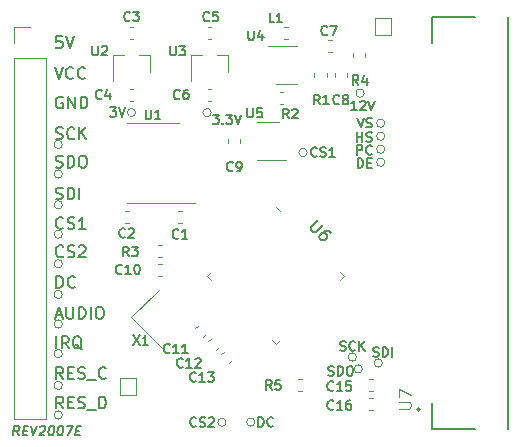
<source format=gbr>
%TF.GenerationSoftware,KiCad,Pcbnew,(5.1.6-0-10_14)*%
%TF.CreationDate,2020-07-19T12:14:56+02:00*%
%TF.ProjectId,driver-board,64726976-6572-42d6-926f-6172642e6b69,rev?*%
%TF.SameCoordinates,Original*%
%TF.FileFunction,Legend,Top*%
%TF.FilePolarity,Positive*%
%FSLAX46Y46*%
G04 Gerber Fmt 4.6, Leading zero omitted, Abs format (unit mm)*
G04 Created by KiCad (PCBNEW (5.1.6-0-10_14)) date 2020-07-19 12:14:56*
%MOMM*%
%LPD*%
G01*
G04 APERTURE LIST*
%ADD10C,0.150000*%
%ADD11C,0.120000*%
%ADD12C,0.200000*%
%ADD13C,0.127000*%
%ADD14C,0.015000*%
G04 APERTURE END LIST*
D10*
X111249880Y-84336904D02*
X111030833Y-83955952D01*
X110792738Y-84336904D02*
X110892738Y-83536904D01*
X111197500Y-83536904D01*
X111268928Y-83575000D01*
X111302261Y-83613095D01*
X111330833Y-83689285D01*
X111316547Y-83803571D01*
X111268928Y-83879761D01*
X111226071Y-83917857D01*
X111145119Y-83955952D01*
X110840357Y-83955952D01*
X111645119Y-83917857D02*
X111911785Y-83917857D01*
X111973690Y-84336904D02*
X111592738Y-84336904D01*
X111692738Y-83536904D01*
X112073690Y-83536904D01*
X112302261Y-83536904D02*
X112468928Y-84336904D01*
X112835595Y-83536904D01*
X113054642Y-83613095D02*
X113097500Y-83575000D01*
X113178452Y-83536904D01*
X113368928Y-83536904D01*
X113440357Y-83575000D01*
X113473690Y-83613095D01*
X113502261Y-83689285D01*
X113492738Y-83765476D01*
X113440357Y-83879761D01*
X112926071Y-84336904D01*
X113421309Y-84336904D01*
X114016547Y-83536904D02*
X114092738Y-83536904D01*
X114164166Y-83575000D01*
X114197500Y-83613095D01*
X114226071Y-83689285D01*
X114245119Y-83841666D01*
X114221309Y-84032142D01*
X114164166Y-84184523D01*
X114116547Y-84260714D01*
X114073690Y-84298809D01*
X113992738Y-84336904D01*
X113916547Y-84336904D01*
X113845119Y-84298809D01*
X113811785Y-84260714D01*
X113783214Y-84184523D01*
X113764166Y-84032142D01*
X113787976Y-83841666D01*
X113845119Y-83689285D01*
X113892738Y-83613095D01*
X113935595Y-83575000D01*
X114016547Y-83536904D01*
X114778452Y-83536904D02*
X114854642Y-83536904D01*
X114926071Y-83575000D01*
X114959404Y-83613095D01*
X114987976Y-83689285D01*
X115007023Y-83841666D01*
X114983214Y-84032142D01*
X114926071Y-84184523D01*
X114878452Y-84260714D01*
X114835595Y-84298809D01*
X114754642Y-84336904D01*
X114678452Y-84336904D01*
X114607023Y-84298809D01*
X114573690Y-84260714D01*
X114545119Y-84184523D01*
X114526071Y-84032142D01*
X114549880Y-83841666D01*
X114607023Y-83689285D01*
X114654642Y-83613095D01*
X114697500Y-83575000D01*
X114778452Y-83536904D01*
X115311785Y-83536904D02*
X115845119Y-83536904D01*
X115402261Y-84336904D01*
X116102261Y-83917857D02*
X116368928Y-83917857D01*
X116430833Y-84336904D02*
X116049880Y-84336904D01*
X116149880Y-83536904D01*
X116530833Y-83536904D01*
X131540476Y-83586904D02*
X131540476Y-82786904D01*
X131730952Y-82786904D01*
X131845238Y-82825000D01*
X131921428Y-82901190D01*
X131959523Y-82977380D01*
X131997619Y-83129761D01*
X131997619Y-83244047D01*
X131959523Y-83396428D01*
X131921428Y-83472619D01*
X131845238Y-83548809D01*
X131730952Y-83586904D01*
X131540476Y-83586904D01*
X132797619Y-83510714D02*
X132759523Y-83548809D01*
X132645238Y-83586904D01*
X132569047Y-83586904D01*
X132454761Y-83548809D01*
X132378571Y-83472619D01*
X132340476Y-83396428D01*
X132302380Y-83244047D01*
X132302380Y-83129761D01*
X132340476Y-82977380D01*
X132378571Y-82901190D01*
X132454761Y-82825000D01*
X132569047Y-82786904D01*
X132645238Y-82786904D01*
X132759523Y-82825000D01*
X132797619Y-82863095D01*
X126260714Y-83510714D02*
X126222619Y-83548809D01*
X126108333Y-83586904D01*
X126032142Y-83586904D01*
X125917857Y-83548809D01*
X125841666Y-83472619D01*
X125803571Y-83396428D01*
X125765476Y-83244047D01*
X125765476Y-83129761D01*
X125803571Y-82977380D01*
X125841666Y-82901190D01*
X125917857Y-82825000D01*
X126032142Y-82786904D01*
X126108333Y-82786904D01*
X126222619Y-82825000D01*
X126260714Y-82863095D01*
X126565476Y-83548809D02*
X126679761Y-83586904D01*
X126870238Y-83586904D01*
X126946428Y-83548809D01*
X126984523Y-83510714D01*
X127022619Y-83434523D01*
X127022619Y-83358333D01*
X126984523Y-83282142D01*
X126946428Y-83244047D01*
X126870238Y-83205952D01*
X126717857Y-83167857D01*
X126641666Y-83129761D01*
X126603571Y-83091666D01*
X126565476Y-83015476D01*
X126565476Y-82939285D01*
X126603571Y-82863095D01*
X126641666Y-82825000D01*
X126717857Y-82786904D01*
X126908333Y-82786904D01*
X127022619Y-82825000D01*
X127327380Y-82863095D02*
X127365476Y-82825000D01*
X127441666Y-82786904D01*
X127632142Y-82786904D01*
X127708333Y-82825000D01*
X127746428Y-82863095D01*
X127784523Y-82939285D01*
X127784523Y-83015476D01*
X127746428Y-83129761D01*
X127289285Y-83586904D01*
X127784523Y-83586904D01*
X137452380Y-79223809D02*
X137566666Y-79261904D01*
X137757142Y-79261904D01*
X137833333Y-79223809D01*
X137871428Y-79185714D01*
X137909523Y-79109523D01*
X137909523Y-79033333D01*
X137871428Y-78957142D01*
X137833333Y-78919047D01*
X137757142Y-78880952D01*
X137604761Y-78842857D01*
X137528571Y-78804761D01*
X137490476Y-78766666D01*
X137452380Y-78690476D01*
X137452380Y-78614285D01*
X137490476Y-78538095D01*
X137528571Y-78500000D01*
X137604761Y-78461904D01*
X137795238Y-78461904D01*
X137909523Y-78500000D01*
X138252380Y-79261904D02*
X138252380Y-78461904D01*
X138442857Y-78461904D01*
X138557142Y-78500000D01*
X138633333Y-78576190D01*
X138671428Y-78652380D01*
X138709523Y-78804761D01*
X138709523Y-78919047D01*
X138671428Y-79071428D01*
X138633333Y-79147619D01*
X138557142Y-79223809D01*
X138442857Y-79261904D01*
X138252380Y-79261904D01*
X139204761Y-78461904D02*
X139357142Y-78461904D01*
X139433333Y-78500000D01*
X139509523Y-78576190D01*
X139547619Y-78728571D01*
X139547619Y-78995238D01*
X139509523Y-79147619D01*
X139433333Y-79223809D01*
X139357142Y-79261904D01*
X139204761Y-79261904D01*
X139128571Y-79223809D01*
X139052380Y-79147619D01*
X139014285Y-78995238D01*
X139014285Y-78728571D01*
X139052380Y-78576190D01*
X139128571Y-78500000D01*
X139204761Y-78461904D01*
X141280952Y-77623809D02*
X141395238Y-77661904D01*
X141585714Y-77661904D01*
X141661904Y-77623809D01*
X141700000Y-77585714D01*
X141738095Y-77509523D01*
X141738095Y-77433333D01*
X141700000Y-77357142D01*
X141661904Y-77319047D01*
X141585714Y-77280952D01*
X141433333Y-77242857D01*
X141357142Y-77204761D01*
X141319047Y-77166666D01*
X141280952Y-77090476D01*
X141280952Y-77014285D01*
X141319047Y-76938095D01*
X141357142Y-76900000D01*
X141433333Y-76861904D01*
X141623809Y-76861904D01*
X141738095Y-76900000D01*
X142080952Y-77661904D02*
X142080952Y-76861904D01*
X142271428Y-76861904D01*
X142385714Y-76900000D01*
X142461904Y-76976190D01*
X142500000Y-77052380D01*
X142538095Y-77204761D01*
X142538095Y-77319047D01*
X142500000Y-77471428D01*
X142461904Y-77547619D01*
X142385714Y-77623809D01*
X142271428Y-77661904D01*
X142080952Y-77661904D01*
X142880952Y-77661904D02*
X142880952Y-76861904D01*
X138471428Y-77123809D02*
X138585714Y-77161904D01*
X138776190Y-77161904D01*
X138852380Y-77123809D01*
X138890476Y-77085714D01*
X138928571Y-77009523D01*
X138928571Y-76933333D01*
X138890476Y-76857142D01*
X138852380Y-76819047D01*
X138776190Y-76780952D01*
X138623809Y-76742857D01*
X138547619Y-76704761D01*
X138509523Y-76666666D01*
X138471428Y-76590476D01*
X138471428Y-76514285D01*
X138509523Y-76438095D01*
X138547619Y-76400000D01*
X138623809Y-76361904D01*
X138814285Y-76361904D01*
X138928571Y-76400000D01*
X139728571Y-77085714D02*
X139690476Y-77123809D01*
X139576190Y-77161904D01*
X139500000Y-77161904D01*
X139385714Y-77123809D01*
X139309523Y-77047619D01*
X139271428Y-76971428D01*
X139233333Y-76819047D01*
X139233333Y-76704761D01*
X139271428Y-76552380D01*
X139309523Y-76476190D01*
X139385714Y-76400000D01*
X139500000Y-76361904D01*
X139576190Y-76361904D01*
X139690476Y-76400000D01*
X139728571Y-76438095D01*
X140071428Y-77161904D02*
X140071428Y-76361904D01*
X140528571Y-77161904D02*
X140185714Y-76704761D01*
X140528571Y-76361904D02*
X140071428Y-76819047D01*
X136470119Y-60660714D02*
X136432023Y-60698809D01*
X136317738Y-60736904D01*
X136241547Y-60736904D01*
X136127261Y-60698809D01*
X136051071Y-60622619D01*
X136012976Y-60546428D01*
X135974880Y-60394047D01*
X135974880Y-60279761D01*
X136012976Y-60127380D01*
X136051071Y-60051190D01*
X136127261Y-59975000D01*
X136241547Y-59936904D01*
X136317738Y-59936904D01*
X136432023Y-59975000D01*
X136470119Y-60013095D01*
X136774880Y-60698809D02*
X136889166Y-60736904D01*
X137079642Y-60736904D01*
X137155833Y-60698809D01*
X137193928Y-60660714D01*
X137232023Y-60584523D01*
X137232023Y-60508333D01*
X137193928Y-60432142D01*
X137155833Y-60394047D01*
X137079642Y-60355952D01*
X136927261Y-60317857D01*
X136851071Y-60279761D01*
X136812976Y-60241666D01*
X136774880Y-60165476D01*
X136774880Y-60089285D01*
X136812976Y-60013095D01*
X136851071Y-59975000D01*
X136927261Y-59936904D01*
X137117738Y-59936904D01*
X137232023Y-59975000D01*
X137993928Y-60736904D02*
X137536785Y-60736904D01*
X137765357Y-60736904D02*
X137765357Y-59936904D01*
X137689166Y-60051190D01*
X137612976Y-60127380D01*
X137536785Y-60165476D01*
X139969166Y-61661904D02*
X139969166Y-60861904D01*
X140159642Y-60861904D01*
X140273928Y-60900000D01*
X140350119Y-60976190D01*
X140388214Y-61052380D01*
X140426309Y-61204761D01*
X140426309Y-61319047D01*
X140388214Y-61471428D01*
X140350119Y-61547619D01*
X140273928Y-61623809D01*
X140159642Y-61661904D01*
X139969166Y-61661904D01*
X140769166Y-61242857D02*
X141035833Y-61242857D01*
X141150119Y-61661904D02*
X140769166Y-61661904D01*
X140769166Y-60861904D01*
X141150119Y-60861904D01*
X139892976Y-60561904D02*
X139892976Y-59761904D01*
X140197738Y-59761904D01*
X140273928Y-59800000D01*
X140312023Y-59838095D01*
X140350119Y-59914285D01*
X140350119Y-60028571D01*
X140312023Y-60104761D01*
X140273928Y-60142857D01*
X140197738Y-60180952D01*
X139892976Y-60180952D01*
X141150119Y-60485714D02*
X141112023Y-60523809D01*
X140997738Y-60561904D01*
X140921547Y-60561904D01*
X140807261Y-60523809D01*
X140731071Y-60447619D01*
X140692976Y-60371428D01*
X140654880Y-60219047D01*
X140654880Y-60104761D01*
X140692976Y-59952380D01*
X140731071Y-59876190D01*
X140807261Y-59800000D01*
X140921547Y-59761904D01*
X140997738Y-59761904D01*
X141112023Y-59800000D01*
X141150119Y-59838095D01*
X139892976Y-59461904D02*
X139892976Y-58661904D01*
X139892976Y-59042857D02*
X140350119Y-59042857D01*
X140350119Y-59461904D02*
X140350119Y-58661904D01*
X140692976Y-59423809D02*
X140807261Y-59461904D01*
X140997738Y-59461904D01*
X141073928Y-59423809D01*
X141112023Y-59385714D01*
X141150119Y-59309523D01*
X141150119Y-59233333D01*
X141112023Y-59157142D01*
X141073928Y-59119047D01*
X140997738Y-59080952D01*
X140845357Y-59042857D01*
X140769166Y-59004761D01*
X140731071Y-58966666D01*
X140692976Y-58890476D01*
X140692976Y-58814285D01*
X140731071Y-58738095D01*
X140769166Y-58700000D01*
X140845357Y-58661904D01*
X141035833Y-58661904D01*
X141150119Y-58700000D01*
X139931071Y-57461904D02*
X140197738Y-58261904D01*
X140464404Y-57461904D01*
X140692976Y-58223809D02*
X140807261Y-58261904D01*
X140997738Y-58261904D01*
X141073928Y-58223809D01*
X141112023Y-58185714D01*
X141150119Y-58109523D01*
X141150119Y-58033333D01*
X141112023Y-57957142D01*
X141073928Y-57919047D01*
X140997738Y-57880952D01*
X140845357Y-57842857D01*
X140769166Y-57804761D01*
X140731071Y-57766666D01*
X140692976Y-57690476D01*
X140692976Y-57614285D01*
X140731071Y-57538095D01*
X140769166Y-57500000D01*
X140845357Y-57461904D01*
X141035833Y-57461904D01*
X141150119Y-57500000D01*
X139854761Y-56786904D02*
X139397619Y-56786904D01*
X139626190Y-56786904D02*
X139626190Y-55986904D01*
X139550000Y-56101190D01*
X139473809Y-56177380D01*
X139397619Y-56215476D01*
X140159523Y-56063095D02*
X140197619Y-56025000D01*
X140273809Y-55986904D01*
X140464285Y-55986904D01*
X140540476Y-56025000D01*
X140578571Y-56063095D01*
X140616666Y-56139285D01*
X140616666Y-56215476D01*
X140578571Y-56329761D01*
X140121428Y-56786904D01*
X140616666Y-56786904D01*
X140845238Y-55986904D02*
X141111904Y-56786904D01*
X141378571Y-55986904D01*
X127694047Y-57161904D02*
X128189285Y-57161904D01*
X127922619Y-57466666D01*
X128036904Y-57466666D01*
X128113095Y-57504761D01*
X128151190Y-57542857D01*
X128189285Y-57619047D01*
X128189285Y-57809523D01*
X128151190Y-57885714D01*
X128113095Y-57923809D01*
X128036904Y-57961904D01*
X127808333Y-57961904D01*
X127732142Y-57923809D01*
X127694047Y-57885714D01*
X128532142Y-57885714D02*
X128570238Y-57923809D01*
X128532142Y-57961904D01*
X128494047Y-57923809D01*
X128532142Y-57885714D01*
X128532142Y-57961904D01*
X128836904Y-57161904D02*
X129332142Y-57161904D01*
X129065476Y-57466666D01*
X129179761Y-57466666D01*
X129255952Y-57504761D01*
X129294047Y-57542857D01*
X129332142Y-57619047D01*
X129332142Y-57809523D01*
X129294047Y-57885714D01*
X129255952Y-57923809D01*
X129179761Y-57961904D01*
X128951190Y-57961904D01*
X128875000Y-57923809D01*
X128836904Y-57885714D01*
X129560714Y-57161904D02*
X129827380Y-57961904D01*
X130094047Y-57161904D01*
X118990476Y-56561904D02*
X119485714Y-56561904D01*
X119219047Y-56866666D01*
X119333333Y-56866666D01*
X119409523Y-56904761D01*
X119447619Y-56942857D01*
X119485714Y-57019047D01*
X119485714Y-57209523D01*
X119447619Y-57285714D01*
X119409523Y-57323809D01*
X119333333Y-57361904D01*
X119104761Y-57361904D01*
X119028571Y-57323809D01*
X118990476Y-57285714D01*
X119714285Y-56561904D02*
X119980952Y-57361904D01*
X120247619Y-56561904D01*
X115007023Y-82052380D02*
X114673690Y-81576190D01*
X114435595Y-82052380D02*
X114435595Y-81052380D01*
X114816547Y-81052380D01*
X114911785Y-81100000D01*
X114959404Y-81147619D01*
X115007023Y-81242857D01*
X115007023Y-81385714D01*
X114959404Y-81480952D01*
X114911785Y-81528571D01*
X114816547Y-81576190D01*
X114435595Y-81576190D01*
X115435595Y-81528571D02*
X115768928Y-81528571D01*
X115911785Y-82052380D02*
X115435595Y-82052380D01*
X115435595Y-81052380D01*
X115911785Y-81052380D01*
X116292738Y-82004761D02*
X116435595Y-82052380D01*
X116673690Y-82052380D01*
X116768928Y-82004761D01*
X116816547Y-81957142D01*
X116864166Y-81861904D01*
X116864166Y-81766666D01*
X116816547Y-81671428D01*
X116768928Y-81623809D01*
X116673690Y-81576190D01*
X116483214Y-81528571D01*
X116387976Y-81480952D01*
X116340357Y-81433333D01*
X116292738Y-81338095D01*
X116292738Y-81242857D01*
X116340357Y-81147619D01*
X116387976Y-81100000D01*
X116483214Y-81052380D01*
X116721309Y-81052380D01*
X116864166Y-81100000D01*
X117054642Y-82147619D02*
X117816547Y-82147619D01*
X118054642Y-82052380D02*
X118054642Y-81052380D01*
X118292738Y-81052380D01*
X118435595Y-81100000D01*
X118530833Y-81195238D01*
X118578452Y-81290476D01*
X118626071Y-81480952D01*
X118626071Y-81623809D01*
X118578452Y-81814285D01*
X118530833Y-81909523D01*
X118435595Y-82004761D01*
X118292738Y-82052380D01*
X118054642Y-82052380D01*
X115007023Y-79552380D02*
X114673690Y-79076190D01*
X114435595Y-79552380D02*
X114435595Y-78552380D01*
X114816547Y-78552380D01*
X114911785Y-78600000D01*
X114959404Y-78647619D01*
X115007023Y-78742857D01*
X115007023Y-78885714D01*
X114959404Y-78980952D01*
X114911785Y-79028571D01*
X114816547Y-79076190D01*
X114435595Y-79076190D01*
X115435595Y-79028571D02*
X115768928Y-79028571D01*
X115911785Y-79552380D02*
X115435595Y-79552380D01*
X115435595Y-78552380D01*
X115911785Y-78552380D01*
X116292738Y-79504761D02*
X116435595Y-79552380D01*
X116673690Y-79552380D01*
X116768928Y-79504761D01*
X116816547Y-79457142D01*
X116864166Y-79361904D01*
X116864166Y-79266666D01*
X116816547Y-79171428D01*
X116768928Y-79123809D01*
X116673690Y-79076190D01*
X116483214Y-79028571D01*
X116387976Y-78980952D01*
X116340357Y-78933333D01*
X116292738Y-78838095D01*
X116292738Y-78742857D01*
X116340357Y-78647619D01*
X116387976Y-78600000D01*
X116483214Y-78552380D01*
X116721309Y-78552380D01*
X116864166Y-78600000D01*
X117054642Y-79647619D02*
X117816547Y-79647619D01*
X118626071Y-79457142D02*
X118578452Y-79504761D01*
X118435595Y-79552380D01*
X118340357Y-79552380D01*
X118197500Y-79504761D01*
X118102261Y-79409523D01*
X118054642Y-79314285D01*
X118007023Y-79123809D01*
X118007023Y-78980952D01*
X118054642Y-78790476D01*
X118102261Y-78695238D01*
X118197500Y-78600000D01*
X118340357Y-78552380D01*
X118435595Y-78552380D01*
X118578452Y-78600000D01*
X118626071Y-78647619D01*
X114435595Y-76952380D02*
X114435595Y-75952380D01*
X115483214Y-76952380D02*
X115149880Y-76476190D01*
X114911785Y-76952380D02*
X114911785Y-75952380D01*
X115292738Y-75952380D01*
X115387976Y-76000000D01*
X115435595Y-76047619D01*
X115483214Y-76142857D01*
X115483214Y-76285714D01*
X115435595Y-76380952D01*
X115387976Y-76428571D01*
X115292738Y-76476190D01*
X114911785Y-76476190D01*
X116578452Y-77047619D02*
X116483214Y-77000000D01*
X116387976Y-76904761D01*
X116245119Y-76761904D01*
X116149880Y-76714285D01*
X116054642Y-76714285D01*
X116102261Y-76952380D02*
X116007023Y-76904761D01*
X115911785Y-76809523D01*
X115864166Y-76619047D01*
X115864166Y-76285714D01*
X115911785Y-76095238D01*
X116007023Y-76000000D01*
X116102261Y-75952380D01*
X116292738Y-75952380D01*
X116387976Y-76000000D01*
X116483214Y-76095238D01*
X116530833Y-76285714D01*
X116530833Y-76619047D01*
X116483214Y-76809523D01*
X116387976Y-76904761D01*
X116292738Y-76952380D01*
X116102261Y-76952380D01*
X114911785Y-50552380D02*
X114435595Y-50552380D01*
X114387976Y-51028571D01*
X114435595Y-50980952D01*
X114530833Y-50933333D01*
X114768928Y-50933333D01*
X114864166Y-50980952D01*
X114911785Y-51028571D01*
X114959404Y-51123809D01*
X114959404Y-51361904D01*
X114911785Y-51457142D01*
X114864166Y-51504761D01*
X114768928Y-51552380D01*
X114530833Y-51552380D01*
X114435595Y-51504761D01*
X114387976Y-51457142D01*
X115245119Y-50552380D02*
X115578452Y-51552380D01*
X115911785Y-50552380D01*
X114292738Y-53152380D02*
X114626071Y-54152380D01*
X114959404Y-53152380D01*
X115864166Y-54057142D02*
X115816547Y-54104761D01*
X115673690Y-54152380D01*
X115578452Y-54152380D01*
X115435595Y-54104761D01*
X115340357Y-54009523D01*
X115292738Y-53914285D01*
X115245119Y-53723809D01*
X115245119Y-53580952D01*
X115292738Y-53390476D01*
X115340357Y-53295238D01*
X115435595Y-53200000D01*
X115578452Y-53152380D01*
X115673690Y-53152380D01*
X115816547Y-53200000D01*
X115864166Y-53247619D01*
X116864166Y-54057142D02*
X116816547Y-54104761D01*
X116673690Y-54152380D01*
X116578452Y-54152380D01*
X116435595Y-54104761D01*
X116340357Y-54009523D01*
X116292738Y-53914285D01*
X116245119Y-53723809D01*
X116245119Y-53580952D01*
X116292738Y-53390476D01*
X116340357Y-53295238D01*
X116435595Y-53200000D01*
X116578452Y-53152380D01*
X116673690Y-53152380D01*
X116816547Y-53200000D01*
X116864166Y-53247619D01*
X114959404Y-55700000D02*
X114864166Y-55652380D01*
X114721309Y-55652380D01*
X114578452Y-55700000D01*
X114483214Y-55795238D01*
X114435595Y-55890476D01*
X114387976Y-56080952D01*
X114387976Y-56223809D01*
X114435595Y-56414285D01*
X114483214Y-56509523D01*
X114578452Y-56604761D01*
X114721309Y-56652380D01*
X114816547Y-56652380D01*
X114959404Y-56604761D01*
X115007023Y-56557142D01*
X115007023Y-56223809D01*
X114816547Y-56223809D01*
X115435595Y-56652380D02*
X115435595Y-55652380D01*
X116007023Y-56652380D01*
X116007023Y-55652380D01*
X116483214Y-56652380D02*
X116483214Y-55652380D01*
X116721309Y-55652380D01*
X116864166Y-55700000D01*
X116959404Y-55795238D01*
X117007023Y-55890476D01*
X117054642Y-56080952D01*
X117054642Y-56223809D01*
X117007023Y-56414285D01*
X116959404Y-56509523D01*
X116864166Y-56604761D01*
X116721309Y-56652380D01*
X116483214Y-56652380D01*
X114387976Y-59204761D02*
X114530833Y-59252380D01*
X114768928Y-59252380D01*
X114864166Y-59204761D01*
X114911785Y-59157142D01*
X114959404Y-59061904D01*
X114959404Y-58966666D01*
X114911785Y-58871428D01*
X114864166Y-58823809D01*
X114768928Y-58776190D01*
X114578452Y-58728571D01*
X114483214Y-58680952D01*
X114435595Y-58633333D01*
X114387976Y-58538095D01*
X114387976Y-58442857D01*
X114435595Y-58347619D01*
X114483214Y-58300000D01*
X114578452Y-58252380D01*
X114816547Y-58252380D01*
X114959404Y-58300000D01*
X115959404Y-59157142D02*
X115911785Y-59204761D01*
X115768928Y-59252380D01*
X115673690Y-59252380D01*
X115530833Y-59204761D01*
X115435595Y-59109523D01*
X115387976Y-59014285D01*
X115340357Y-58823809D01*
X115340357Y-58680952D01*
X115387976Y-58490476D01*
X115435595Y-58395238D01*
X115530833Y-58300000D01*
X115673690Y-58252380D01*
X115768928Y-58252380D01*
X115911785Y-58300000D01*
X115959404Y-58347619D01*
X116387976Y-59252380D02*
X116387976Y-58252380D01*
X116959404Y-59252380D02*
X116530833Y-58680952D01*
X116959404Y-58252380D02*
X116387976Y-58823809D01*
X114387976Y-61604761D02*
X114530833Y-61652380D01*
X114768928Y-61652380D01*
X114864166Y-61604761D01*
X114911785Y-61557142D01*
X114959404Y-61461904D01*
X114959404Y-61366666D01*
X114911785Y-61271428D01*
X114864166Y-61223809D01*
X114768928Y-61176190D01*
X114578452Y-61128571D01*
X114483214Y-61080952D01*
X114435595Y-61033333D01*
X114387976Y-60938095D01*
X114387976Y-60842857D01*
X114435595Y-60747619D01*
X114483214Y-60700000D01*
X114578452Y-60652380D01*
X114816547Y-60652380D01*
X114959404Y-60700000D01*
X115387976Y-61652380D02*
X115387976Y-60652380D01*
X115626071Y-60652380D01*
X115768928Y-60700000D01*
X115864166Y-60795238D01*
X115911785Y-60890476D01*
X115959404Y-61080952D01*
X115959404Y-61223809D01*
X115911785Y-61414285D01*
X115864166Y-61509523D01*
X115768928Y-61604761D01*
X115626071Y-61652380D01*
X115387976Y-61652380D01*
X116578452Y-60652380D02*
X116768928Y-60652380D01*
X116864166Y-60700000D01*
X116959404Y-60795238D01*
X117007023Y-60985714D01*
X117007023Y-61319047D01*
X116959404Y-61509523D01*
X116864166Y-61604761D01*
X116768928Y-61652380D01*
X116578452Y-61652380D01*
X116483214Y-61604761D01*
X116387976Y-61509523D01*
X116340357Y-61319047D01*
X116340357Y-60985714D01*
X116387976Y-60795238D01*
X116483214Y-60700000D01*
X116578452Y-60652380D01*
X114387976Y-64304761D02*
X114530833Y-64352380D01*
X114768928Y-64352380D01*
X114864166Y-64304761D01*
X114911785Y-64257142D01*
X114959404Y-64161904D01*
X114959404Y-64066666D01*
X114911785Y-63971428D01*
X114864166Y-63923809D01*
X114768928Y-63876190D01*
X114578452Y-63828571D01*
X114483214Y-63780952D01*
X114435595Y-63733333D01*
X114387976Y-63638095D01*
X114387976Y-63542857D01*
X114435595Y-63447619D01*
X114483214Y-63400000D01*
X114578452Y-63352380D01*
X114816547Y-63352380D01*
X114959404Y-63400000D01*
X115387976Y-64352380D02*
X115387976Y-63352380D01*
X115626071Y-63352380D01*
X115768928Y-63400000D01*
X115864166Y-63495238D01*
X115911785Y-63590476D01*
X115959404Y-63780952D01*
X115959404Y-63923809D01*
X115911785Y-64114285D01*
X115864166Y-64209523D01*
X115768928Y-64304761D01*
X115626071Y-64352380D01*
X115387976Y-64352380D01*
X116387976Y-64352380D02*
X116387976Y-63352380D01*
X115007023Y-66757142D02*
X114959404Y-66804761D01*
X114816547Y-66852380D01*
X114721309Y-66852380D01*
X114578452Y-66804761D01*
X114483214Y-66709523D01*
X114435595Y-66614285D01*
X114387976Y-66423809D01*
X114387976Y-66280952D01*
X114435595Y-66090476D01*
X114483214Y-65995238D01*
X114578452Y-65900000D01*
X114721309Y-65852380D01*
X114816547Y-65852380D01*
X114959404Y-65900000D01*
X115007023Y-65947619D01*
X115387976Y-66804761D02*
X115530833Y-66852380D01*
X115768928Y-66852380D01*
X115864166Y-66804761D01*
X115911785Y-66757142D01*
X115959404Y-66661904D01*
X115959404Y-66566666D01*
X115911785Y-66471428D01*
X115864166Y-66423809D01*
X115768928Y-66376190D01*
X115578452Y-66328571D01*
X115483214Y-66280952D01*
X115435595Y-66233333D01*
X115387976Y-66138095D01*
X115387976Y-66042857D01*
X115435595Y-65947619D01*
X115483214Y-65900000D01*
X115578452Y-65852380D01*
X115816547Y-65852380D01*
X115959404Y-65900000D01*
X116911785Y-66852380D02*
X116340357Y-66852380D01*
X116626071Y-66852380D02*
X116626071Y-65852380D01*
X116530833Y-65995238D01*
X116435595Y-66090476D01*
X116340357Y-66138095D01*
X115007023Y-69157142D02*
X114959404Y-69204761D01*
X114816547Y-69252380D01*
X114721309Y-69252380D01*
X114578452Y-69204761D01*
X114483214Y-69109523D01*
X114435595Y-69014285D01*
X114387976Y-68823809D01*
X114387976Y-68680952D01*
X114435595Y-68490476D01*
X114483214Y-68395238D01*
X114578452Y-68300000D01*
X114721309Y-68252380D01*
X114816547Y-68252380D01*
X114959404Y-68300000D01*
X115007023Y-68347619D01*
X115387976Y-69204761D02*
X115530833Y-69252380D01*
X115768928Y-69252380D01*
X115864166Y-69204761D01*
X115911785Y-69157142D01*
X115959404Y-69061904D01*
X115959404Y-68966666D01*
X115911785Y-68871428D01*
X115864166Y-68823809D01*
X115768928Y-68776190D01*
X115578452Y-68728571D01*
X115483214Y-68680952D01*
X115435595Y-68633333D01*
X115387976Y-68538095D01*
X115387976Y-68442857D01*
X115435595Y-68347619D01*
X115483214Y-68300000D01*
X115578452Y-68252380D01*
X115816547Y-68252380D01*
X115959404Y-68300000D01*
X116340357Y-68347619D02*
X116387976Y-68300000D01*
X116483214Y-68252380D01*
X116721309Y-68252380D01*
X116816547Y-68300000D01*
X116864166Y-68347619D01*
X116911785Y-68442857D01*
X116911785Y-68538095D01*
X116864166Y-68680952D01*
X116292738Y-69252380D01*
X116911785Y-69252380D01*
X114435595Y-71852380D02*
X114435595Y-70852380D01*
X114673690Y-70852380D01*
X114816547Y-70900000D01*
X114911785Y-70995238D01*
X114959404Y-71090476D01*
X115007023Y-71280952D01*
X115007023Y-71423809D01*
X114959404Y-71614285D01*
X114911785Y-71709523D01*
X114816547Y-71804761D01*
X114673690Y-71852380D01*
X114435595Y-71852380D01*
X116007023Y-71757142D02*
X115959404Y-71804761D01*
X115816547Y-71852380D01*
X115721309Y-71852380D01*
X115578452Y-71804761D01*
X115483214Y-71709523D01*
X115435595Y-71614285D01*
X115387976Y-71423809D01*
X115387976Y-71280952D01*
X115435595Y-71090476D01*
X115483214Y-70995238D01*
X115578452Y-70900000D01*
X115721309Y-70852380D01*
X115816547Y-70852380D01*
X115959404Y-70900000D01*
X116007023Y-70947619D01*
X114387976Y-74166666D02*
X114864166Y-74166666D01*
X114292738Y-74452380D02*
X114626071Y-73452380D01*
X114959404Y-74452380D01*
X115292738Y-73452380D02*
X115292738Y-74261904D01*
X115340357Y-74357142D01*
X115387976Y-74404761D01*
X115483214Y-74452380D01*
X115673690Y-74452380D01*
X115768928Y-74404761D01*
X115816547Y-74357142D01*
X115864166Y-74261904D01*
X115864166Y-73452380D01*
X116340357Y-74452380D02*
X116340357Y-73452380D01*
X116578452Y-73452380D01*
X116721309Y-73500000D01*
X116816547Y-73595238D01*
X116864166Y-73690476D01*
X116911785Y-73880952D01*
X116911785Y-74023809D01*
X116864166Y-74214285D01*
X116816547Y-74309523D01*
X116721309Y-74404761D01*
X116578452Y-74452380D01*
X116340357Y-74452380D01*
X117340357Y-74452380D02*
X117340357Y-73452380D01*
X118007023Y-73452380D02*
X118197500Y-73452380D01*
X118292738Y-73500000D01*
X118387976Y-73595238D01*
X118435595Y-73785714D01*
X118435595Y-74119047D01*
X118387976Y-74309523D01*
X118292738Y-74404761D01*
X118197500Y-74452380D01*
X118007023Y-74452380D01*
X117911785Y-74404761D01*
X117816547Y-74309523D01*
X117768928Y-74119047D01*
X117768928Y-73785714D01*
X117816547Y-73595238D01*
X117911785Y-73500000D01*
X118007023Y-73452380D01*
D11*
%TO.C,C1*%
X124737221Y-65290000D02*
X125062779Y-65290000D01*
X124737221Y-66310000D02*
X125062779Y-66310000D01*
%TO.C,C2*%
X120562779Y-66310000D02*
X120237221Y-66310000D01*
X120562779Y-65290000D02*
X120237221Y-65290000D01*
%TO.C,C3*%
X120962779Y-49790000D02*
X120637221Y-49790000D01*
X120962779Y-50810000D02*
X120637221Y-50810000D01*
%TO.C,C4*%
X120962779Y-56010000D02*
X120637221Y-56010000D01*
X120962779Y-54990000D02*
X120637221Y-54990000D01*
%TO.C,C5*%
X127562779Y-49790000D02*
X127237221Y-49790000D01*
X127562779Y-50810000D02*
X127237221Y-50810000D01*
%TO.C,C6*%
X127562779Y-56010000D02*
X127237221Y-56010000D01*
X127562779Y-54990000D02*
X127237221Y-54990000D01*
%TO.C,C7*%
X137437221Y-51910000D02*
X137762779Y-51910000D01*
X137437221Y-50890000D02*
X137762779Y-50890000D01*
%TO.C,C8*%
X137990000Y-53637221D02*
X137990000Y-53962779D01*
X139010000Y-53637221D02*
X139010000Y-53962779D01*
%TO.C,C9*%
X128990000Y-59562779D02*
X128990000Y-59237221D01*
X130010000Y-59562779D02*
X130010000Y-59237221D01*
%TO.C,C10*%
X123362779Y-69790000D02*
X123037221Y-69790000D01*
X123362779Y-70810000D02*
X123037221Y-70810000D01*
%TO.C,C11*%
X127125727Y-75770522D02*
X126895522Y-76000727D01*
X126404478Y-75049273D02*
X126174273Y-75279478D01*
%TO.C,C12*%
X128225727Y-76870522D02*
X127995522Y-77100727D01*
X127504478Y-76149273D02*
X127274273Y-76379478D01*
%TO.C,C13*%
X128604478Y-77249273D02*
X128374273Y-77479478D01*
X129325727Y-77970522D02*
X129095522Y-78200727D01*
%TO.C,C15*%
X141262779Y-80610000D02*
X140937221Y-80610000D01*
X141262779Y-79590000D02*
X140937221Y-79590000D01*
%TO.C,C16*%
X141262779Y-81190000D02*
X140937221Y-81190000D01*
X141262779Y-82210000D02*
X140937221Y-82210000D01*
%TO.C,L1*%
X134062779Y-50810000D02*
X133737221Y-50810000D01*
X134062779Y-49790000D02*
X133737221Y-49790000D01*
%TO.C,R1*%
X136290000Y-53637221D02*
X136290000Y-53962779D01*
X137310000Y-53637221D02*
X137310000Y-53962779D01*
%TO.C,R2*%
X133662779Y-56310000D02*
X133337221Y-56310000D01*
X133662779Y-55290000D02*
X133337221Y-55290000D01*
%TO.C,R3*%
X123362779Y-69210000D02*
X123037221Y-69210000D01*
X123362779Y-68190000D02*
X123037221Y-68190000D01*
%TO.C,R4*%
X139590000Y-51987221D02*
X139590000Y-52312779D01*
X140610000Y-51987221D02*
X140610000Y-52312779D01*
%TO.C,R5*%
X135262779Y-80610000D02*
X134937221Y-80610000D01*
X135262779Y-79590000D02*
X134937221Y-79590000D01*
%TO.C,U1*%
X122600000Y-57915000D02*
X120400000Y-57915000D01*
X122600000Y-57915000D02*
X124800000Y-57915000D01*
X122600000Y-64685000D02*
X120400000Y-64685000D01*
X122600000Y-64685000D02*
X126200000Y-64685000D01*
%TO.C,U2*%
X122380000Y-52140000D02*
X122380000Y-53600000D01*
X119220000Y-52140000D02*
X119220000Y-54300000D01*
X119220000Y-52140000D02*
X120150000Y-52140000D01*
X122380000Y-52140000D02*
X121450000Y-52140000D01*
%TO.C,U3*%
X128980000Y-52140000D02*
X128050000Y-52140000D01*
X125820000Y-52140000D02*
X126750000Y-52140000D01*
X125820000Y-52140000D02*
X125820000Y-54300000D01*
X128980000Y-52140000D02*
X128980000Y-53600000D01*
%TO.C,U4*%
X133000000Y-54610000D02*
X134800000Y-54610000D01*
X134800000Y-51390000D02*
X132350000Y-51390000D01*
%TO.C,X1*%
X123131371Y-71995837D02*
X120797918Y-74329290D01*
X120797918Y-74329290D02*
X123626345Y-77157717D01*
%TO.C,TP1*%
X140500000Y-55350000D02*
G75*
G03*
X140500000Y-55350000I-350000J0D01*
G01*
%TO.C,TP2*%
X127550000Y-57000000D02*
G75*
G03*
X127550000Y-57000000I-350000J0D01*
G01*
%TO.C,TP3*%
X121150000Y-57000000D02*
G75*
G03*
X121150000Y-57000000I-350000J0D01*
G01*
%TO.C,TP4*%
X119800000Y-80900000D02*
X119800000Y-79500000D01*
X121200000Y-80900000D02*
X119800000Y-80900000D01*
X121200000Y-79500000D02*
X121200000Y-80900000D01*
X119800000Y-79500000D02*
X121200000Y-79500000D01*
%TO.C,TP5*%
X141400000Y-49000000D02*
X142800000Y-49000000D01*
X142800000Y-49000000D02*
X142800000Y-50400000D01*
X142800000Y-50400000D02*
X141400000Y-50400000D01*
X141400000Y-50400000D02*
X141400000Y-49000000D01*
%TO.C,TP6*%
X114950000Y-59700000D02*
G75*
G03*
X114950000Y-59700000I-350000J0D01*
G01*
%TO.C,TP7*%
X139850000Y-77700000D02*
G75*
G03*
X139850000Y-77700000I-350000J0D01*
G01*
%TO.C,TP8*%
X114950000Y-67300000D02*
G75*
G03*
X114950000Y-67300000I-350000J0D01*
G01*
%TO.C,TP9*%
X135675000Y-60375000D02*
G75*
G03*
X135675000Y-60375000I-350000J0D01*
G01*
%TO.C,TP10*%
X114950000Y-69800000D02*
G75*
G03*
X114950000Y-69800000I-350000J0D01*
G01*
%TO.C,TP11*%
X128800000Y-83225000D02*
G75*
G03*
X128800000Y-83225000I-350000J0D01*
G01*
%TO.C,TP12*%
X114950000Y-72400000D02*
G75*
G03*
X114950000Y-72400000I-350000J0D01*
G01*
%TO.C,TP13*%
X131250000Y-83200000D02*
G75*
G03*
X131250000Y-83200000I-350000J0D01*
G01*
%TO.C,TP14*%
X114950000Y-62200000D02*
G75*
G03*
X114950000Y-62200000I-350000J0D01*
G01*
%TO.C,TP15*%
X140350000Y-78700000D02*
G75*
G03*
X140350000Y-78700000I-350000J0D01*
G01*
%TO.C,TP16*%
X114950000Y-64800000D02*
G75*
G03*
X114950000Y-64800000I-350000J0D01*
G01*
%TO.C,TP17*%
X142050000Y-78200000D02*
G75*
G03*
X142050000Y-78200000I-350000J0D01*
G01*
%TO.C,TP18*%
X142250000Y-61200000D02*
G75*
G03*
X142250000Y-61200000I-350000J0D01*
G01*
%TO.C,TP19*%
X114950000Y-82600000D02*
G75*
G03*
X114950000Y-82600000I-350000J0D01*
G01*
%TO.C,TP20*%
X142250000Y-59000000D02*
G75*
G03*
X142250000Y-59000000I-350000J0D01*
G01*
%TO.C,TP21*%
X114950000Y-74900000D02*
G75*
G03*
X114950000Y-74900000I-350000J0D01*
G01*
%TO.C,TP22*%
X142250000Y-57900000D02*
G75*
G03*
X142250000Y-57900000I-350000J0D01*
G01*
%TO.C,TP23*%
X142250000Y-60100000D02*
G75*
G03*
X142250000Y-60100000I-350000J0D01*
G01*
%TO.C,J1*%
X110870000Y-49770000D02*
X112200000Y-49770000D01*
X110870000Y-51100000D02*
X110870000Y-49770000D01*
X110870000Y-52370000D02*
X113530000Y-52370000D01*
X113530000Y-52370000D02*
X113530000Y-82910000D01*
X110870000Y-52370000D02*
X110870000Y-82910000D01*
X110870000Y-82910000D02*
X113530000Y-82910000D01*
%TO.C,TP24*%
X114950000Y-80100000D02*
G75*
G03*
X114950000Y-80100000I-350000J0D01*
G01*
%TO.C,TP25*%
X114950000Y-77400000D02*
G75*
G03*
X114950000Y-77400000I-350000J0D01*
G01*
%TO.C,U5*%
X131450000Y-61035000D02*
X133900000Y-61035000D01*
X133250000Y-57815000D02*
X131450000Y-57815000D01*
%TO.C,U6*%
X138476542Y-70464124D02*
X138812418Y-70800000D01*
X138812418Y-70800000D02*
X138476542Y-71135876D01*
X127523458Y-71135876D02*
X127187582Y-70800000D01*
X127187582Y-70800000D02*
X127523458Y-70464124D01*
X132664124Y-76276542D02*
X133000000Y-76612418D01*
X133000000Y-76612418D02*
X133335876Y-76276542D01*
X133335876Y-65323458D02*
X133000000Y-64987582D01*
D12*
%TO.C,U7*%
X145200000Y-82125000D02*
G75*
G03*
X145200000Y-82125000I-100000J0D01*
G01*
D13*
X146200000Y-83825000D02*
X146200000Y-81625000D01*
X149850000Y-83825000D02*
X146200000Y-83825000D01*
X146200000Y-48925000D02*
X146200000Y-51125000D01*
X149850000Y-48925000D02*
X146200000Y-48925000D01*
X152700000Y-83825000D02*
X152700000Y-48925000D01*
%TO.C,C1*%
D10*
X124766666Y-67585714D02*
X124728571Y-67623809D01*
X124614285Y-67661904D01*
X124538095Y-67661904D01*
X124423809Y-67623809D01*
X124347619Y-67547619D01*
X124309523Y-67471428D01*
X124271428Y-67319047D01*
X124271428Y-67204761D01*
X124309523Y-67052380D01*
X124347619Y-66976190D01*
X124423809Y-66900000D01*
X124538095Y-66861904D01*
X124614285Y-66861904D01*
X124728571Y-66900000D01*
X124766666Y-66938095D01*
X125528571Y-67661904D02*
X125071428Y-67661904D01*
X125300000Y-67661904D02*
X125300000Y-66861904D01*
X125223809Y-66976190D01*
X125147619Y-67052380D01*
X125071428Y-67090476D01*
%TO.C,C2*%
X120266666Y-67515714D02*
X120228571Y-67553809D01*
X120114285Y-67591904D01*
X120038095Y-67591904D01*
X119923809Y-67553809D01*
X119847619Y-67477619D01*
X119809523Y-67401428D01*
X119771428Y-67249047D01*
X119771428Y-67134761D01*
X119809523Y-66982380D01*
X119847619Y-66906190D01*
X119923809Y-66830000D01*
X120038095Y-66791904D01*
X120114285Y-66791904D01*
X120228571Y-66830000D01*
X120266666Y-66868095D01*
X120571428Y-66868095D02*
X120609523Y-66830000D01*
X120685714Y-66791904D01*
X120876190Y-66791904D01*
X120952380Y-66830000D01*
X120990476Y-66868095D01*
X121028571Y-66944285D01*
X121028571Y-67020476D01*
X120990476Y-67134761D01*
X120533333Y-67591904D01*
X121028571Y-67591904D01*
%TO.C,C3*%
X120666666Y-49185714D02*
X120628571Y-49223809D01*
X120514285Y-49261904D01*
X120438095Y-49261904D01*
X120323809Y-49223809D01*
X120247619Y-49147619D01*
X120209523Y-49071428D01*
X120171428Y-48919047D01*
X120171428Y-48804761D01*
X120209523Y-48652380D01*
X120247619Y-48576190D01*
X120323809Y-48500000D01*
X120438095Y-48461904D01*
X120514285Y-48461904D01*
X120628571Y-48500000D01*
X120666666Y-48538095D01*
X120933333Y-48461904D02*
X121428571Y-48461904D01*
X121161904Y-48766666D01*
X121276190Y-48766666D01*
X121352380Y-48804761D01*
X121390476Y-48842857D01*
X121428571Y-48919047D01*
X121428571Y-49109523D01*
X121390476Y-49185714D01*
X121352380Y-49223809D01*
X121276190Y-49261904D01*
X121047619Y-49261904D01*
X120971428Y-49223809D01*
X120933333Y-49185714D01*
%TO.C,C4*%
X118266666Y-55785714D02*
X118228571Y-55823809D01*
X118114285Y-55861904D01*
X118038095Y-55861904D01*
X117923809Y-55823809D01*
X117847619Y-55747619D01*
X117809523Y-55671428D01*
X117771428Y-55519047D01*
X117771428Y-55404761D01*
X117809523Y-55252380D01*
X117847619Y-55176190D01*
X117923809Y-55100000D01*
X118038095Y-55061904D01*
X118114285Y-55061904D01*
X118228571Y-55100000D01*
X118266666Y-55138095D01*
X118952380Y-55328571D02*
X118952380Y-55861904D01*
X118761904Y-55023809D02*
X118571428Y-55595238D01*
X119066666Y-55595238D01*
%TO.C,C5*%
X127366666Y-49185714D02*
X127328571Y-49223809D01*
X127214285Y-49261904D01*
X127138095Y-49261904D01*
X127023809Y-49223809D01*
X126947619Y-49147619D01*
X126909523Y-49071428D01*
X126871428Y-48919047D01*
X126871428Y-48804761D01*
X126909523Y-48652380D01*
X126947619Y-48576190D01*
X127023809Y-48500000D01*
X127138095Y-48461904D01*
X127214285Y-48461904D01*
X127328571Y-48500000D01*
X127366666Y-48538095D01*
X128090476Y-48461904D02*
X127709523Y-48461904D01*
X127671428Y-48842857D01*
X127709523Y-48804761D01*
X127785714Y-48766666D01*
X127976190Y-48766666D01*
X128052380Y-48804761D01*
X128090476Y-48842857D01*
X128128571Y-48919047D01*
X128128571Y-49109523D01*
X128090476Y-49185714D01*
X128052380Y-49223809D01*
X127976190Y-49261904D01*
X127785714Y-49261904D01*
X127709523Y-49223809D01*
X127671428Y-49185714D01*
%TO.C,C6*%
X124866666Y-55785714D02*
X124828571Y-55823809D01*
X124714285Y-55861904D01*
X124638095Y-55861904D01*
X124523809Y-55823809D01*
X124447619Y-55747619D01*
X124409523Y-55671428D01*
X124371428Y-55519047D01*
X124371428Y-55404761D01*
X124409523Y-55252380D01*
X124447619Y-55176190D01*
X124523809Y-55100000D01*
X124638095Y-55061904D01*
X124714285Y-55061904D01*
X124828571Y-55100000D01*
X124866666Y-55138095D01*
X125552380Y-55061904D02*
X125400000Y-55061904D01*
X125323809Y-55100000D01*
X125285714Y-55138095D01*
X125209523Y-55252380D01*
X125171428Y-55404761D01*
X125171428Y-55709523D01*
X125209523Y-55785714D01*
X125247619Y-55823809D01*
X125323809Y-55861904D01*
X125476190Y-55861904D01*
X125552380Y-55823809D01*
X125590476Y-55785714D01*
X125628571Y-55709523D01*
X125628571Y-55519047D01*
X125590476Y-55442857D01*
X125552380Y-55404761D01*
X125476190Y-55366666D01*
X125323809Y-55366666D01*
X125247619Y-55404761D01*
X125209523Y-55442857D01*
X125171428Y-55519047D01*
%TO.C,C7*%
X137366666Y-50385714D02*
X137328571Y-50423809D01*
X137214285Y-50461904D01*
X137138095Y-50461904D01*
X137023809Y-50423809D01*
X136947619Y-50347619D01*
X136909523Y-50271428D01*
X136871428Y-50119047D01*
X136871428Y-50004761D01*
X136909523Y-49852380D01*
X136947619Y-49776190D01*
X137023809Y-49700000D01*
X137138095Y-49661904D01*
X137214285Y-49661904D01*
X137328571Y-49700000D01*
X137366666Y-49738095D01*
X137633333Y-49661904D02*
X138166666Y-49661904D01*
X137823809Y-50461904D01*
%TO.C,C8*%
X138391666Y-56235714D02*
X138353571Y-56273809D01*
X138239285Y-56311904D01*
X138163095Y-56311904D01*
X138048809Y-56273809D01*
X137972619Y-56197619D01*
X137934523Y-56121428D01*
X137896428Y-55969047D01*
X137896428Y-55854761D01*
X137934523Y-55702380D01*
X137972619Y-55626190D01*
X138048809Y-55550000D01*
X138163095Y-55511904D01*
X138239285Y-55511904D01*
X138353571Y-55550000D01*
X138391666Y-55588095D01*
X138848809Y-55854761D02*
X138772619Y-55816666D01*
X138734523Y-55778571D01*
X138696428Y-55702380D01*
X138696428Y-55664285D01*
X138734523Y-55588095D01*
X138772619Y-55550000D01*
X138848809Y-55511904D01*
X139001190Y-55511904D01*
X139077380Y-55550000D01*
X139115476Y-55588095D01*
X139153571Y-55664285D01*
X139153571Y-55702380D01*
X139115476Y-55778571D01*
X139077380Y-55816666D01*
X139001190Y-55854761D01*
X138848809Y-55854761D01*
X138772619Y-55892857D01*
X138734523Y-55930952D01*
X138696428Y-56007142D01*
X138696428Y-56159523D01*
X138734523Y-56235714D01*
X138772619Y-56273809D01*
X138848809Y-56311904D01*
X139001190Y-56311904D01*
X139077380Y-56273809D01*
X139115476Y-56235714D01*
X139153571Y-56159523D01*
X139153571Y-56007142D01*
X139115476Y-55930952D01*
X139077380Y-55892857D01*
X139001190Y-55854761D01*
%TO.C,C9*%
X129366666Y-61885714D02*
X129328571Y-61923809D01*
X129214285Y-61961904D01*
X129138095Y-61961904D01*
X129023809Y-61923809D01*
X128947619Y-61847619D01*
X128909523Y-61771428D01*
X128871428Y-61619047D01*
X128871428Y-61504761D01*
X128909523Y-61352380D01*
X128947619Y-61276190D01*
X129023809Y-61200000D01*
X129138095Y-61161904D01*
X129214285Y-61161904D01*
X129328571Y-61200000D01*
X129366666Y-61238095D01*
X129747619Y-61961904D02*
X129900000Y-61961904D01*
X129976190Y-61923809D01*
X130014285Y-61885714D01*
X130090476Y-61771428D01*
X130128571Y-61619047D01*
X130128571Y-61314285D01*
X130090476Y-61238095D01*
X130052380Y-61200000D01*
X129976190Y-61161904D01*
X129823809Y-61161904D01*
X129747619Y-61200000D01*
X129709523Y-61238095D01*
X129671428Y-61314285D01*
X129671428Y-61504761D01*
X129709523Y-61580952D01*
X129747619Y-61619047D01*
X129823809Y-61657142D01*
X129976190Y-61657142D01*
X130052380Y-61619047D01*
X130090476Y-61580952D01*
X130128571Y-61504761D01*
%TO.C,C10*%
X119985714Y-70585714D02*
X119947619Y-70623809D01*
X119833333Y-70661904D01*
X119757142Y-70661904D01*
X119642857Y-70623809D01*
X119566666Y-70547619D01*
X119528571Y-70471428D01*
X119490476Y-70319047D01*
X119490476Y-70204761D01*
X119528571Y-70052380D01*
X119566666Y-69976190D01*
X119642857Y-69900000D01*
X119757142Y-69861904D01*
X119833333Y-69861904D01*
X119947619Y-69900000D01*
X119985714Y-69938095D01*
X120747619Y-70661904D02*
X120290476Y-70661904D01*
X120519047Y-70661904D02*
X120519047Y-69861904D01*
X120442857Y-69976190D01*
X120366666Y-70052380D01*
X120290476Y-70090476D01*
X121242857Y-69861904D02*
X121319047Y-69861904D01*
X121395238Y-69900000D01*
X121433333Y-69938095D01*
X121471428Y-70014285D01*
X121509523Y-70166666D01*
X121509523Y-70357142D01*
X121471428Y-70509523D01*
X121433333Y-70585714D01*
X121395238Y-70623809D01*
X121319047Y-70661904D01*
X121242857Y-70661904D01*
X121166666Y-70623809D01*
X121128571Y-70585714D01*
X121090476Y-70509523D01*
X121052380Y-70357142D01*
X121052380Y-70166666D01*
X121090476Y-70014285D01*
X121128571Y-69938095D01*
X121166666Y-69900000D01*
X121242857Y-69861904D01*
%TO.C,C11*%
X124035714Y-77310714D02*
X123997619Y-77348809D01*
X123883333Y-77386904D01*
X123807142Y-77386904D01*
X123692857Y-77348809D01*
X123616666Y-77272619D01*
X123578571Y-77196428D01*
X123540476Y-77044047D01*
X123540476Y-76929761D01*
X123578571Y-76777380D01*
X123616666Y-76701190D01*
X123692857Y-76625000D01*
X123807142Y-76586904D01*
X123883333Y-76586904D01*
X123997619Y-76625000D01*
X124035714Y-76663095D01*
X124797619Y-77386904D02*
X124340476Y-77386904D01*
X124569047Y-77386904D02*
X124569047Y-76586904D01*
X124492857Y-76701190D01*
X124416666Y-76777380D01*
X124340476Y-76815476D01*
X125559523Y-77386904D02*
X125102380Y-77386904D01*
X125330952Y-77386904D02*
X125330952Y-76586904D01*
X125254761Y-76701190D01*
X125178571Y-76777380D01*
X125102380Y-76815476D01*
%TO.C,C12*%
X125135714Y-78510714D02*
X125097619Y-78548809D01*
X124983333Y-78586904D01*
X124907142Y-78586904D01*
X124792857Y-78548809D01*
X124716666Y-78472619D01*
X124678571Y-78396428D01*
X124640476Y-78244047D01*
X124640476Y-78129761D01*
X124678571Y-77977380D01*
X124716666Y-77901190D01*
X124792857Y-77825000D01*
X124907142Y-77786904D01*
X124983333Y-77786904D01*
X125097619Y-77825000D01*
X125135714Y-77863095D01*
X125897619Y-78586904D02*
X125440476Y-78586904D01*
X125669047Y-78586904D02*
X125669047Y-77786904D01*
X125592857Y-77901190D01*
X125516666Y-77977380D01*
X125440476Y-78015476D01*
X126202380Y-77863095D02*
X126240476Y-77825000D01*
X126316666Y-77786904D01*
X126507142Y-77786904D01*
X126583333Y-77825000D01*
X126621428Y-77863095D01*
X126659523Y-77939285D01*
X126659523Y-78015476D01*
X126621428Y-78129761D01*
X126164285Y-78586904D01*
X126659523Y-78586904D01*
%TO.C,C13*%
X126235714Y-79710714D02*
X126197619Y-79748809D01*
X126083333Y-79786904D01*
X126007142Y-79786904D01*
X125892857Y-79748809D01*
X125816666Y-79672619D01*
X125778571Y-79596428D01*
X125740476Y-79444047D01*
X125740476Y-79329761D01*
X125778571Y-79177380D01*
X125816666Y-79101190D01*
X125892857Y-79025000D01*
X126007142Y-78986904D01*
X126083333Y-78986904D01*
X126197619Y-79025000D01*
X126235714Y-79063095D01*
X126997619Y-79786904D02*
X126540476Y-79786904D01*
X126769047Y-79786904D02*
X126769047Y-78986904D01*
X126692857Y-79101190D01*
X126616666Y-79177380D01*
X126540476Y-79215476D01*
X127264285Y-78986904D02*
X127759523Y-78986904D01*
X127492857Y-79291666D01*
X127607142Y-79291666D01*
X127683333Y-79329761D01*
X127721428Y-79367857D01*
X127759523Y-79444047D01*
X127759523Y-79634523D01*
X127721428Y-79710714D01*
X127683333Y-79748809D01*
X127607142Y-79786904D01*
X127378571Y-79786904D01*
X127302380Y-79748809D01*
X127264285Y-79710714D01*
%TO.C,C15*%
X137885714Y-80485714D02*
X137847619Y-80523809D01*
X137733333Y-80561904D01*
X137657142Y-80561904D01*
X137542857Y-80523809D01*
X137466666Y-80447619D01*
X137428571Y-80371428D01*
X137390476Y-80219047D01*
X137390476Y-80104761D01*
X137428571Y-79952380D01*
X137466666Y-79876190D01*
X137542857Y-79800000D01*
X137657142Y-79761904D01*
X137733333Y-79761904D01*
X137847619Y-79800000D01*
X137885714Y-79838095D01*
X138647619Y-80561904D02*
X138190476Y-80561904D01*
X138419047Y-80561904D02*
X138419047Y-79761904D01*
X138342857Y-79876190D01*
X138266666Y-79952380D01*
X138190476Y-79990476D01*
X139371428Y-79761904D02*
X138990476Y-79761904D01*
X138952380Y-80142857D01*
X138990476Y-80104761D01*
X139066666Y-80066666D01*
X139257142Y-80066666D01*
X139333333Y-80104761D01*
X139371428Y-80142857D01*
X139409523Y-80219047D01*
X139409523Y-80409523D01*
X139371428Y-80485714D01*
X139333333Y-80523809D01*
X139257142Y-80561904D01*
X139066666Y-80561904D01*
X138990476Y-80523809D01*
X138952380Y-80485714D01*
%TO.C,C16*%
X137885714Y-82085714D02*
X137847619Y-82123809D01*
X137733333Y-82161904D01*
X137657142Y-82161904D01*
X137542857Y-82123809D01*
X137466666Y-82047619D01*
X137428571Y-81971428D01*
X137390476Y-81819047D01*
X137390476Y-81704761D01*
X137428571Y-81552380D01*
X137466666Y-81476190D01*
X137542857Y-81400000D01*
X137657142Y-81361904D01*
X137733333Y-81361904D01*
X137847619Y-81400000D01*
X137885714Y-81438095D01*
X138647619Y-82161904D02*
X138190476Y-82161904D01*
X138419047Y-82161904D02*
X138419047Y-81361904D01*
X138342857Y-81476190D01*
X138266666Y-81552380D01*
X138190476Y-81590476D01*
X139333333Y-81361904D02*
X139180952Y-81361904D01*
X139104761Y-81400000D01*
X139066666Y-81438095D01*
X138990476Y-81552380D01*
X138952380Y-81704761D01*
X138952380Y-82009523D01*
X138990476Y-82085714D01*
X139028571Y-82123809D01*
X139104761Y-82161904D01*
X139257142Y-82161904D01*
X139333333Y-82123809D01*
X139371428Y-82085714D01*
X139409523Y-82009523D01*
X139409523Y-81819047D01*
X139371428Y-81742857D01*
X139333333Y-81704761D01*
X139257142Y-81666666D01*
X139104761Y-81666666D01*
X139028571Y-81704761D01*
X138990476Y-81742857D01*
X138952380Y-81819047D01*
%TO.C,L1*%
X132866666Y-49361904D02*
X132485714Y-49361904D01*
X132485714Y-48561904D01*
X133552380Y-49361904D02*
X133095238Y-49361904D01*
X133323809Y-49361904D02*
X133323809Y-48561904D01*
X133247619Y-48676190D01*
X133171428Y-48752380D01*
X133095238Y-48790476D01*
%TO.C,R1*%
X136741666Y-56286904D02*
X136475000Y-55905952D01*
X136284523Y-56286904D02*
X136284523Y-55486904D01*
X136589285Y-55486904D01*
X136665476Y-55525000D01*
X136703571Y-55563095D01*
X136741666Y-55639285D01*
X136741666Y-55753571D01*
X136703571Y-55829761D01*
X136665476Y-55867857D01*
X136589285Y-55905952D01*
X136284523Y-55905952D01*
X137503571Y-56286904D02*
X137046428Y-56286904D01*
X137275000Y-56286904D02*
X137275000Y-55486904D01*
X137198809Y-55601190D01*
X137122619Y-55677380D01*
X137046428Y-55715476D01*
%TO.C,R2*%
X134116666Y-57486904D02*
X133850000Y-57105952D01*
X133659523Y-57486904D02*
X133659523Y-56686904D01*
X133964285Y-56686904D01*
X134040476Y-56725000D01*
X134078571Y-56763095D01*
X134116666Y-56839285D01*
X134116666Y-56953571D01*
X134078571Y-57029761D01*
X134040476Y-57067857D01*
X133964285Y-57105952D01*
X133659523Y-57105952D01*
X134421428Y-56763095D02*
X134459523Y-56725000D01*
X134535714Y-56686904D01*
X134726190Y-56686904D01*
X134802380Y-56725000D01*
X134840476Y-56763095D01*
X134878571Y-56839285D01*
X134878571Y-56915476D01*
X134840476Y-57029761D01*
X134383333Y-57486904D01*
X134878571Y-57486904D01*
%TO.C,R3*%
X120566666Y-69161904D02*
X120300000Y-68780952D01*
X120109523Y-69161904D02*
X120109523Y-68361904D01*
X120414285Y-68361904D01*
X120490476Y-68400000D01*
X120528571Y-68438095D01*
X120566666Y-68514285D01*
X120566666Y-68628571D01*
X120528571Y-68704761D01*
X120490476Y-68742857D01*
X120414285Y-68780952D01*
X120109523Y-68780952D01*
X120833333Y-68361904D02*
X121328571Y-68361904D01*
X121061904Y-68666666D01*
X121176190Y-68666666D01*
X121252380Y-68704761D01*
X121290476Y-68742857D01*
X121328571Y-68819047D01*
X121328571Y-69009523D01*
X121290476Y-69085714D01*
X121252380Y-69123809D01*
X121176190Y-69161904D01*
X120947619Y-69161904D01*
X120871428Y-69123809D01*
X120833333Y-69085714D01*
%TO.C,R4*%
X140016666Y-54636904D02*
X139750000Y-54255952D01*
X139559523Y-54636904D02*
X139559523Y-53836904D01*
X139864285Y-53836904D01*
X139940476Y-53875000D01*
X139978571Y-53913095D01*
X140016666Y-53989285D01*
X140016666Y-54103571D01*
X139978571Y-54179761D01*
X139940476Y-54217857D01*
X139864285Y-54255952D01*
X139559523Y-54255952D01*
X140702380Y-54103571D02*
X140702380Y-54636904D01*
X140511904Y-53798809D02*
X140321428Y-54370238D01*
X140816666Y-54370238D01*
%TO.C,R5*%
X132666666Y-80461904D02*
X132400000Y-80080952D01*
X132209523Y-80461904D02*
X132209523Y-79661904D01*
X132514285Y-79661904D01*
X132590476Y-79700000D01*
X132628571Y-79738095D01*
X132666666Y-79814285D01*
X132666666Y-79928571D01*
X132628571Y-80004761D01*
X132590476Y-80042857D01*
X132514285Y-80080952D01*
X132209523Y-80080952D01*
X133390476Y-79661904D02*
X133009523Y-79661904D01*
X132971428Y-80042857D01*
X133009523Y-80004761D01*
X133085714Y-79966666D01*
X133276190Y-79966666D01*
X133352380Y-80004761D01*
X133390476Y-80042857D01*
X133428571Y-80119047D01*
X133428571Y-80309523D01*
X133390476Y-80385714D01*
X133352380Y-80423809D01*
X133276190Y-80461904D01*
X133085714Y-80461904D01*
X133009523Y-80423809D01*
X132971428Y-80385714D01*
%TO.C,U1*%
X121990476Y-56761904D02*
X121990476Y-57409523D01*
X122028571Y-57485714D01*
X122066666Y-57523809D01*
X122142857Y-57561904D01*
X122295238Y-57561904D01*
X122371428Y-57523809D01*
X122409523Y-57485714D01*
X122447619Y-57409523D01*
X122447619Y-56761904D01*
X123247619Y-57561904D02*
X122790476Y-57561904D01*
X123019047Y-57561904D02*
X123019047Y-56761904D01*
X122942857Y-56876190D01*
X122866666Y-56952380D01*
X122790476Y-56990476D01*
%TO.C,U2*%
X117490476Y-51361904D02*
X117490476Y-52009523D01*
X117528571Y-52085714D01*
X117566666Y-52123809D01*
X117642857Y-52161904D01*
X117795238Y-52161904D01*
X117871428Y-52123809D01*
X117909523Y-52085714D01*
X117947619Y-52009523D01*
X117947619Y-51361904D01*
X118290476Y-51438095D02*
X118328571Y-51400000D01*
X118404761Y-51361904D01*
X118595238Y-51361904D01*
X118671428Y-51400000D01*
X118709523Y-51438095D01*
X118747619Y-51514285D01*
X118747619Y-51590476D01*
X118709523Y-51704761D01*
X118252380Y-52161904D01*
X118747619Y-52161904D01*
%TO.C,U3*%
X124090476Y-51361904D02*
X124090476Y-52009523D01*
X124128571Y-52085714D01*
X124166666Y-52123809D01*
X124242857Y-52161904D01*
X124395238Y-52161904D01*
X124471428Y-52123809D01*
X124509523Y-52085714D01*
X124547619Y-52009523D01*
X124547619Y-51361904D01*
X124852380Y-51361904D02*
X125347619Y-51361904D01*
X125080952Y-51666666D01*
X125195238Y-51666666D01*
X125271428Y-51704761D01*
X125309523Y-51742857D01*
X125347619Y-51819047D01*
X125347619Y-52009523D01*
X125309523Y-52085714D01*
X125271428Y-52123809D01*
X125195238Y-52161904D01*
X124966666Y-52161904D01*
X124890476Y-52123809D01*
X124852380Y-52085714D01*
%TO.C,U4*%
X130690476Y-50061904D02*
X130690476Y-50709523D01*
X130728571Y-50785714D01*
X130766666Y-50823809D01*
X130842857Y-50861904D01*
X130995238Y-50861904D01*
X131071428Y-50823809D01*
X131109523Y-50785714D01*
X131147619Y-50709523D01*
X131147619Y-50061904D01*
X131871428Y-50328571D02*
X131871428Y-50861904D01*
X131680952Y-50023809D02*
X131490476Y-50595238D01*
X131985714Y-50595238D01*
%TO.C,X1*%
X120952380Y-75861904D02*
X121485714Y-76661904D01*
X121485714Y-75861904D02*
X120952380Y-76661904D01*
X122209523Y-76661904D02*
X121752380Y-76661904D01*
X121980952Y-76661904D02*
X121980952Y-75861904D01*
X121904761Y-75976190D01*
X121828571Y-76052380D01*
X121752380Y-76090476D01*
%TO.C,U5*%
X130590476Y-56611904D02*
X130590476Y-57259523D01*
X130628571Y-57335714D01*
X130666666Y-57373809D01*
X130742857Y-57411904D01*
X130895238Y-57411904D01*
X130971428Y-57373809D01*
X131009523Y-57335714D01*
X131047619Y-57259523D01*
X131047619Y-56611904D01*
X131809523Y-56611904D02*
X131428571Y-56611904D01*
X131390476Y-56992857D01*
X131428571Y-56954761D01*
X131504761Y-56916666D01*
X131695238Y-56916666D01*
X131771428Y-56954761D01*
X131809523Y-56992857D01*
X131847619Y-57069047D01*
X131847619Y-57259523D01*
X131809523Y-57335714D01*
X131771428Y-57373809D01*
X131695238Y-57411904D01*
X131504761Y-57411904D01*
X131428571Y-57373809D01*
X131390476Y-57335714D01*
%TO.C,U6*%
X136610285Y-66112218D02*
X136037865Y-66684638D01*
X136004193Y-66785653D01*
X136004193Y-66852997D01*
X136037865Y-66954012D01*
X136172552Y-67088699D01*
X136273567Y-67122371D01*
X136340911Y-67122371D01*
X136441926Y-67088699D01*
X137014346Y-66516279D01*
X137654109Y-67156043D02*
X137519422Y-67021356D01*
X137418407Y-66987684D01*
X137351063Y-66987684D01*
X137182704Y-67021356D01*
X137014346Y-67122371D01*
X136744972Y-67391745D01*
X136711300Y-67492760D01*
X136711300Y-67560104D01*
X136744972Y-67661119D01*
X136879659Y-67795806D01*
X136980674Y-67829478D01*
X137048017Y-67829478D01*
X137149033Y-67795806D01*
X137317391Y-67627447D01*
X137351063Y-67526432D01*
X137351063Y-67459088D01*
X137317391Y-67358073D01*
X137182704Y-67223386D01*
X137081689Y-67189714D01*
X137014346Y-67189714D01*
X136913330Y-67223386D01*
%TO.C,U7*%
D14*
X143467380Y-82061904D02*
X144276904Y-82061904D01*
X144372142Y-82014285D01*
X144419761Y-81966666D01*
X144467380Y-81871428D01*
X144467380Y-81680952D01*
X144419761Y-81585714D01*
X144372142Y-81538095D01*
X144276904Y-81490476D01*
X143467380Y-81490476D01*
X143467380Y-81109523D02*
X143467380Y-80442857D01*
X144467380Y-80871428D01*
%TD*%
M02*

</source>
